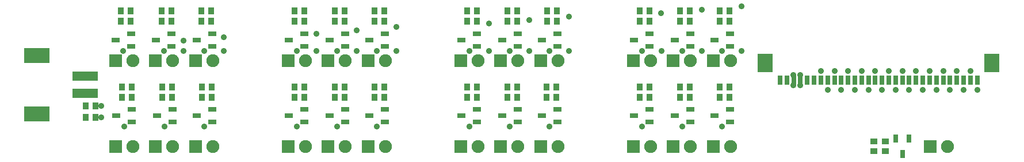
<source format=gbs>
G04*
G04 #@! TF.GenerationSoftware,Altium Limited,Altium Designer,24.0.1 (36)*
G04*
G04 Layer_Color=16711935*
%FSLAX44Y44*%
%MOMM*%
G71*
G04*
G04 #@! TF.SameCoordinates,6AB65015-FC58-47BD-B1F7-23B370D85B0D*
G04*
G04*
G04 #@! TF.FilePolarity,Negative*
G04*
G01*
G75*
%ADD11C,1.9032*%
%ADD12R,1.9032X1.9032*%
%ADD13C,0.9032*%
%ADD26R,0.9532X1.0532*%
%ADD27R,0.7032X1.4532*%
%ADD28R,2.2032X2.7032*%
%ADD29R,0.6532X1.2032*%
%ADD30R,1.0532X0.9532*%
%ADD31R,3.7032X2.2032*%
%ADD32R,3.7032X1.4032*%
%ADD33R,1.2032X0.6532*%
D11*
X1564640Y565150D02*
D03*
X1245655Y692090D02*
D03*
X1186737D02*
D03*
X678737D02*
D03*
X1127820Y565090D02*
D03*
X1186737D02*
D03*
X1245655D02*
D03*
X873820D02*
D03*
X932737D02*
D03*
X991655D02*
D03*
X619820D02*
D03*
X678737D02*
D03*
X737655D02*
D03*
X365820D02*
D03*
X424737D02*
D03*
X483655D02*
D03*
X1127820Y692090D02*
D03*
X873820D02*
D03*
X932737D02*
D03*
X991655D02*
D03*
X619820D02*
D03*
X737655D02*
D03*
X483655D02*
D03*
X424737D02*
D03*
X365820D02*
D03*
D12*
X1539240Y565150D02*
D03*
X1220255Y692090D02*
D03*
X1161337D02*
D03*
X653337D02*
D03*
X1102420Y565090D02*
D03*
X1161337D02*
D03*
X1220255D02*
D03*
X848420D02*
D03*
X907337D02*
D03*
X966255D02*
D03*
X594420D02*
D03*
X653337D02*
D03*
X712255D02*
D03*
X340420D02*
D03*
X399337D02*
D03*
X458255D02*
D03*
X1102420Y692090D02*
D03*
X848420D02*
D03*
X907337D02*
D03*
X966255D02*
D03*
X594420D02*
D03*
X712255D02*
D03*
X458255D02*
D03*
X399337D02*
D03*
X340420D02*
D03*
D13*
X1261872Y772048D02*
D03*
X1203452Y766968D02*
D03*
X1143508Y761888D02*
D03*
X1007618Y756808D02*
D03*
X949452Y751728D02*
D03*
X889762Y746648D02*
D03*
X753872Y741568D02*
D03*
X695198Y736488D02*
D03*
X636270Y731408D02*
D03*
X499872Y726328D02*
D03*
X440436Y721248D02*
D03*
X1233170Y594868D02*
D03*
X1174750D02*
D03*
X1115060D02*
D03*
X979170D02*
D03*
X920750D02*
D03*
X861060D02*
D03*
X725170D02*
D03*
X666750D02*
D03*
X607060D02*
D03*
X471170D02*
D03*
X412750D02*
D03*
X353060D02*
D03*
X1261872Y706628D02*
D03*
X1233170D02*
D03*
X1203452D02*
D03*
X1174750D02*
D03*
X1143762D02*
D03*
X1115060D02*
D03*
X1007872D02*
D03*
X979170D02*
D03*
X949452D02*
D03*
X920750D02*
D03*
X753872D02*
D03*
X725170D02*
D03*
X695452D02*
D03*
X666750D02*
D03*
X635762D02*
D03*
X607060D02*
D03*
X499872D02*
D03*
X471170D02*
D03*
X440182D02*
D03*
X411480D02*
D03*
X351790D02*
D03*
X889762D02*
D03*
X861060D02*
D03*
X319264Y608330D02*
D03*
X319264Y624840D02*
D03*
X1378628Y676656D02*
D03*
X1398628D02*
D03*
X1418628D02*
D03*
X1438628D02*
D03*
X1458628D02*
D03*
X1478628D02*
D03*
X1498628D02*
D03*
X1518628D02*
D03*
X1538628D02*
D03*
X1558628D02*
D03*
X1578628D02*
D03*
X1598628D02*
D03*
X1608552Y649224D02*
D03*
X1588552D02*
D03*
X1568552D02*
D03*
X1548552D02*
D03*
X1528552D02*
D03*
X1508552D02*
D03*
X1488552D02*
D03*
X1468552D02*
D03*
X1448552D02*
D03*
X1428552D02*
D03*
X1408552D02*
D03*
X1388552D02*
D03*
X1348486Y655320D02*
D03*
X1338326Y655574D02*
D03*
Y671068D02*
D03*
X1348486Y670814D02*
D03*
D26*
X310780Y608330D02*
D03*
X296280D02*
D03*
X296280Y624840D02*
D03*
X310780D02*
D03*
X482230Y637540D02*
D03*
X467730D02*
D03*
X362850Y765810D02*
D03*
X348350D02*
D03*
X480960D02*
D03*
X466460D02*
D03*
X480960Y750570D02*
D03*
X466460D02*
D03*
X422540Y765810D02*
D03*
X408040D02*
D03*
X422540Y750570D02*
D03*
X408040D02*
D03*
X362850D02*
D03*
X348350D02*
D03*
X872120Y652780D02*
D03*
X857620D02*
D03*
X872120Y637540D02*
D03*
X857620D02*
D03*
X931810D02*
D03*
X917310D02*
D03*
X988960Y652780D02*
D03*
X974460D02*
D03*
X423810D02*
D03*
X409310D02*
D03*
X482230D02*
D03*
X467730D02*
D03*
X931810D02*
D03*
X917310D02*
D03*
X988960Y637540D02*
D03*
X974460D02*
D03*
X423810D02*
D03*
X409310D02*
D03*
X364120Y652780D02*
D03*
X349620D02*
D03*
X364120Y637540D02*
D03*
X349620D02*
D03*
X990230Y750570D02*
D03*
X975730D02*
D03*
X990230Y765810D02*
D03*
X975730D02*
D03*
X931810Y750570D02*
D03*
X917310D02*
D03*
X931810Y765810D02*
D03*
X917310D02*
D03*
X872120D02*
D03*
X857620D02*
D03*
X872120Y750570D02*
D03*
X857620D02*
D03*
X1126120Y652780D02*
D03*
X1111620D02*
D03*
X1126120Y637540D02*
D03*
X1111620D02*
D03*
X1185810D02*
D03*
X1171310D02*
D03*
X1244230D02*
D03*
X1229730D02*
D03*
X1185810Y652780D02*
D03*
X1171310D02*
D03*
X1244230Y765810D02*
D03*
X1229730D02*
D03*
X1244230Y750570D02*
D03*
X1229730D02*
D03*
X1185810D02*
D03*
X1171310D02*
D03*
X677810D02*
D03*
X663310D02*
D03*
X677810Y765810D02*
D03*
X663310D02*
D03*
X1126120D02*
D03*
X1111620D02*
D03*
X1126120Y750570D02*
D03*
X1111620D02*
D03*
X1244230Y652780D02*
D03*
X1229730D02*
D03*
X1185810Y765810D02*
D03*
X1171310D02*
D03*
X736230Y652780D02*
D03*
X721730D02*
D03*
X736230Y750570D02*
D03*
X721730D02*
D03*
X736230Y765810D02*
D03*
X721730D02*
D03*
X618120D02*
D03*
X603620D02*
D03*
X736230Y637540D02*
D03*
X721730D02*
D03*
X677810Y652780D02*
D03*
X663310D02*
D03*
X677810Y637540D02*
D03*
X663310D02*
D03*
X618120Y652780D02*
D03*
X603620D02*
D03*
X618120Y637540D02*
D03*
X603620D02*
D03*
X618120Y750570D02*
D03*
X603620D02*
D03*
D27*
X1608590Y662940D02*
D03*
X1598590D02*
D03*
X1568590D02*
D03*
X1558590D02*
D03*
X1538590D02*
D03*
X1518590D02*
D03*
X1508590D02*
D03*
X1458590D02*
D03*
X1318590D02*
D03*
X1328590D02*
D03*
X1338590D02*
D03*
X1348590D02*
D03*
X1358590D02*
D03*
X1368590D02*
D03*
X1378590D02*
D03*
X1388590D02*
D03*
X1398590D02*
D03*
X1408590D02*
D03*
X1448590D02*
D03*
X1438590D02*
D03*
X1418590D02*
D03*
X1428590D02*
D03*
X1468590D02*
D03*
X1478590D02*
D03*
X1488590D02*
D03*
X1498590D02*
D03*
X1528590D02*
D03*
X1548590D02*
D03*
X1578590D02*
D03*
X1588590D02*
D03*
D28*
X1296690Y688690D02*
D03*
X1630490D02*
D03*
D29*
X1489100Y576580D02*
D03*
X1508100D02*
D03*
X1498600Y553900D02*
D03*
D30*
X1456690Y557900D02*
D03*
Y572400D02*
D03*
X1473200Y557900D02*
D03*
Y572400D02*
D03*
D31*
X224880Y699860D02*
D03*
Y613320D02*
D03*
D32*
X296190Y669090D02*
D03*
Y644090D02*
D03*
D33*
X655500Y610870D02*
D03*
X678180Y601370D02*
D03*
Y620370D02*
D03*
X849810Y610870D02*
D03*
X872490Y601370D02*
D03*
Y620370D02*
D03*
X1221920Y610870D02*
D03*
X1244600Y601370D02*
D03*
Y620370D02*
D03*
X1163500Y610870D02*
D03*
X1186180Y601370D02*
D03*
Y620370D02*
D03*
X713920Y610870D02*
D03*
X736600Y601370D02*
D03*
Y620370D02*
D03*
X909500Y610870D02*
D03*
X932180Y601370D02*
D03*
Y620370D02*
D03*
X1103810Y610870D02*
D03*
X1126490Y601370D02*
D03*
Y620370D02*
D03*
X967920Y610870D02*
D03*
X990600Y601370D02*
D03*
Y620370D02*
D03*
X459920Y610870D02*
D03*
X482600Y601370D02*
D03*
Y620370D02*
D03*
X401500Y610870D02*
D03*
X424180Y601370D02*
D03*
Y620370D02*
D03*
X595810Y610870D02*
D03*
X618490Y601370D02*
D03*
Y620370D02*
D03*
X340540Y722630D02*
D03*
X363220Y713130D02*
D03*
Y732130D02*
D03*
X400230Y722630D02*
D03*
X422910Y713130D02*
D03*
Y732130D02*
D03*
X459920Y722630D02*
D03*
X482600Y713130D02*
D03*
Y732130D02*
D03*
X967920Y722630D02*
D03*
X990600Y713130D02*
D03*
Y732130D02*
D03*
X341810Y610870D02*
D03*
X364490Y601370D02*
D03*
Y620370D02*
D03*
X909500Y722630D02*
D03*
X932180Y713130D02*
D03*
Y732130D02*
D03*
X849810Y722630D02*
D03*
X872490Y713130D02*
D03*
Y732130D02*
D03*
X1221920Y722630D02*
D03*
X1244600Y713130D02*
D03*
Y732130D02*
D03*
X1163500Y722630D02*
D03*
X1186180Y713130D02*
D03*
Y732130D02*
D03*
X713920Y722630D02*
D03*
X736600Y713130D02*
D03*
Y732130D02*
D03*
X655500Y722630D02*
D03*
X678180Y713130D02*
D03*
Y732130D02*
D03*
X1103810Y722630D02*
D03*
X1126490Y713130D02*
D03*
Y732130D02*
D03*
X595810Y722630D02*
D03*
X618490Y713130D02*
D03*
Y732130D02*
D03*
M02*

</source>
